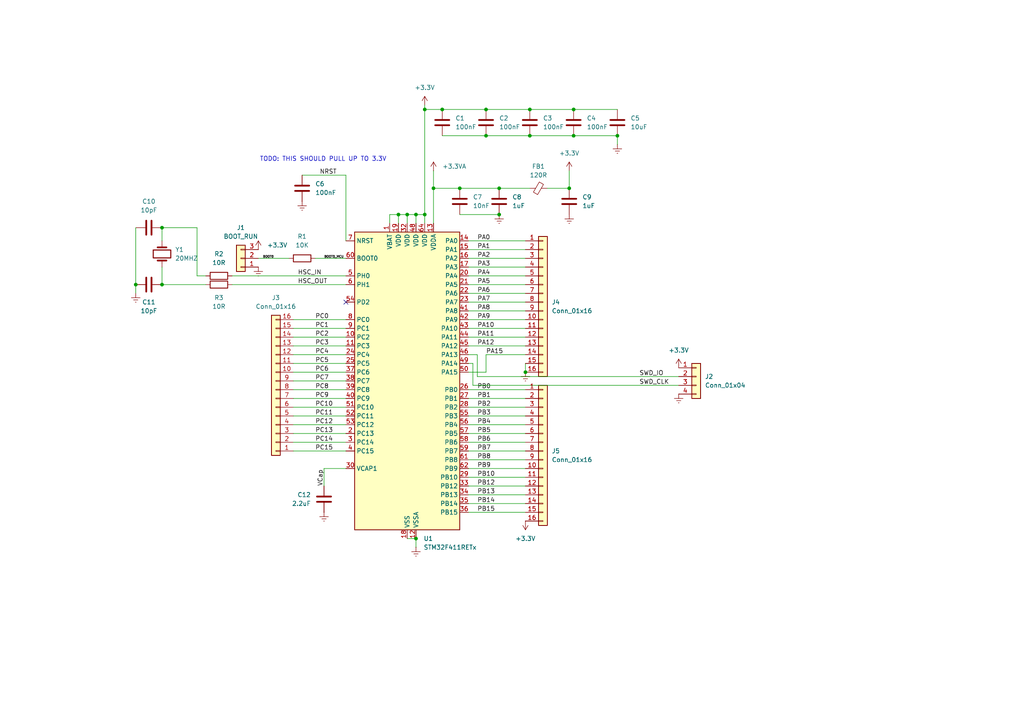
<source format=kicad_sch>
(kicad_sch (version 20231120) (generator "eeschema") (generator_version "8.0")
  (paper "A4")
  (lib_symbols
    (symbol "Connector_Generic:Conn_01x03" (pin_names (offset 1.016) hide)
      (property "Reference" "J" (at 0 5.08 0))
      (property "Value" "Conn_01x03" (at 0 -5.08 0))
      (symbol "Conn_01x03_1_1"
        (rectangle (start -1.27 -2.413) (end 0 -2.667) (stroke (width 0.1524)))
        (rectangle (start -1.27 0.127) (end 0 -0.127) (stroke (width 0.1524)))
        (rectangle (start -1.27 2.667) (end 0 2.413) (stroke (width 0.1524)))
        (rectangle (start -1.27 3.81) (end 1.27 -3.81) (stroke (width 0.254)) (fill (type background)))
        (pin passive line (at -5.08 2.54 0) (length 3.81) (name "Pin_1") (number "1"))
        (pin passive line (at -5.08 0 0) (length 3.81) (name "Pin_2") (number "2"))
        (pin passive line (at -5.08 -2.54 0) (length 3.81) (name "Pin_3") (number "3"))
      )
    )
    (symbol "Connector_Generic:Conn_01x04" (pin_names (offset 1.016) hide)
      (property "Reference" "J" (at 0 5.08 0))
      (property "Value" "Conn_01x04" (at 0 -7.62 0))
      (symbol "Conn_01x04_1_1"
        (rectangle (start -1.27 -4.953) (end 0 -5.207) (stroke (width 0.1524)))
        (rectangle (start -1.27 -2.413) (end 0 -2.667) (stroke (width 0.1524)))
        (rectangle (start -1.27 0.127) (end 0 -0.127) (stroke (width 0.1524)))
        (rectangle (start -1.27 2.667) (end 0 2.413) (stroke (width 0.1524)))
        (rectangle (start -1.27 3.81) (end 1.27 -6.35) (stroke (width 0.254)) (fill (type background)))
        (pin passive line (at -5.08 2.54 0) (length 3.81) (name "Pin_1") (number "1"))
        (pin passive line (at -5.08 0 0) (length 3.81) (name "Pin_2") (number "2"))
        (pin passive line (at -5.08 -2.54 0) (length 3.81) (name "Pin_3") (number "3"))
        (pin passive line (at -5.08 -5.08 0) (length 3.81) (name "Pin_4") (number "4"))
      )
    )
    (symbol "Connector_Generic:Conn_01x16" (pin_names (offset 1.016) hide)
      (property "Reference" "J" (at 0 20.32 0))
      (property "Value" "Conn_01x16" (at 0 -22.86 0))
      (symbol "Conn_01x16_1_1"
        (rectangle (start -1.27 -20.193) (end 0 -20.447) (stroke (width 0.1524)))
        (rectangle (start -1.27 -17.653) (end 0 -17.907) (stroke (width 0.1524)))
        (rectangle (start -1.27 -15.113) (end 0 -15.367) (stroke (width 0.1524)))
        (rectangle (start -1.27 -12.573) (end 0 -12.827) (stroke (width 0.1524)))
        (rectangle (start -1.27 -10.033) (end 0 -10.287) (stroke (width 0.1524)))
        (rectangle (start -1.27 -7.493) (end 0 -7.747) (stroke (width 0.1524)))
        (rectangle (start -1.27 -4.953) (end 0 -5.207) (stroke (width 0.1524)))
        (rectangle (start -1.27 -2.413) (end 0 -2.667) (stroke (width 0.1524)))
        (rectangle (start -1.27 0.127) (end 0 -0.127) (stroke (width 0.1524)))
        (rectangle (start -1.27 2.667) (end 0 2.413) (stroke (width 0.1524)))
        (rectangle (start -1.27 5.207) (end 0 4.953) (stroke (width 0.1524)))
        (rectangle (start -1.27 7.747) (end 0 7.493) (stroke (width 0.1524)))
        (rectangle (start -1.27 10.287) (end 0 10.033) (stroke (width 0.1524)))
        (rectangle (start -1.27 12.827) (end 0 12.573) (stroke (width 0.1524)))
        (rectangle (start -1.27 15.367) (end 0 15.113) (stroke (width 0.1524)))
        (rectangle (start -1.27 17.907) (end 0 17.653) (stroke (width 0.1524)))
        (rectangle (start -1.27 19.05) (end 1.27 -21.59) (stroke (width 0.254)) (fill (type background)))
        (pin passive line (at -5.08 17.78 0) (length 3.81) (name "Pin_1") (number "1"))
        (pin passive line (at -5.08 -5.08 0) (length 3.81) (name "Pin_10") (number "10"))
        (pin passive line (at -5.08 -7.62 0) (length 3.81) (name "Pin_11") (number "11"))
        (pin passive line (at -5.08 -10.16 0) (length 3.81) (name "Pin_12") (number "12"))
        (pin passive line (at -5.08 -12.7 0) (length 3.81) (name "Pin_13") (number "13"))
        (pin passive line (at -5.08 -15.24 0) (length 3.81) (name "Pin_14") (number "14"))
        (pin passive line (at -5.08 -17.78 0) (length 3.81) (name "Pin_15") (number "15"))
        (pin passive line (at -5.08 -20.32 0) (length 3.81) (name "Pin_16") (number "16"))
        (pin passive line (at -5.08 15.24 0) (length 3.81) (name "Pin_2") (number "2"))
        (pin passive line (at -5.08 12.7 0) (length 3.81) (name "Pin_3") (number "3"))
        (pin passive line (at -5.08 10.16 0) (length 3.81) (name "Pin_4") (number "4"))
        (pin passive line (at -5.08 7.62 0) (length 3.81) (name "Pin_5") (number "5"))
        (pin passive line (at -5.08 5.08 0) (length 3.81) (name "Pin_6") (number "6"))
        (pin passive line (at -5.08 2.54 0) (length 3.81) (name "Pin_7") (number "7"))
        (pin passive line (at -5.08 0 0) (length 3.81) (name "Pin_8") (number "8"))
        (pin passive line (at -5.08 -2.54 0) (length 3.81) (name "Pin_9") (number "9"))
      )
    )
    (symbol "Device:C" (pin_numbers hide) (pin_names (offset 0.254))
      (property "Reference" "C" (at 0.635 2.54 0))
      (property "Value" "C" (at 0.635 -2.54 0))
      (symbol "C_0_1"
        (polyline (pts (xy -2.032 -0.762) (xy 2.032 -0.762)) (stroke (width 0.508)))
        (polyline (pts (xy -2.032 0.762) (xy 2.032 0.762)) (stroke (width 0.508)))
      )
      (symbol "C_1_1"
        (pin passive line (at 0 3.81 270) (length 2.794) (name "~") (number "1"))
        (pin passive line (at 0 -3.81 90) (length 2.794) (name "~") (number "2"))
      )
    )
    (symbol "Device:Crystal" (pin_numbers hide) (pin_names (offset 1.016) hide)
      (property "Reference" "Y" (at 0 3.81 0))
      (property "Value" "Crystal" (at 0 -3.81 0))
      (symbol "Crystal_0_1"
        (rectangle (start -1.143 2.54) (end 1.143 -2.54) (stroke (width 0.3048)))
        (polyline (pts (xy -2.54 0) (xy -1.905 0)))
        (polyline (pts (xy -1.905 -1.27) (xy -1.905 1.27)) (stroke (width 0.508)))
        (polyline (pts (xy 1.905 -1.27) (xy 1.905 1.27)) (stroke (width 0.508)))
        (polyline (pts (xy 2.54 0) (xy 1.905 0)))
      )
      (symbol "Crystal_1_1"
        (pin passive line (at -3.81 0 0) (length 1.27) (name "1") (number "1"))
        (pin passive line (at 3.81 0 180) (length 1.27) (name "2") (number "2"))
      )
    )
    (symbol "Device:FerriteBead_Small" (pin_numbers hide) (pin_names (offset 0))
      (property "Reference" "FB" (at 1.905 1.27 0))
      (property "Value" "FerriteBead_Small" (at 1.905 -1.27 0))
      (symbol "FerriteBead_Small_0_1"
        (polyline (pts (xy 0 -1.27) (xy 0 -0.7874)))
        (polyline (pts (xy 0 0.889) (xy 0 1.2954)))
        (polyline (pts (xy -1.8288 0.2794) (xy -1.1176 1.4986) (xy 1.8288 -0.2032) (xy 1.1176 -1.4224) (xy -1.8288 0.2794)))
      )
      (symbol "FerriteBead_Small_1_1"
        (pin passive line (at 0 2.54 270) (length 1.27) (name "~") (number "1"))
        (pin passive line (at 0 -2.54 90) (length 1.27) (name "~") (number "2"))
      )
    )
    (symbol "Device:R" (pin_numbers hide) (pin_names (offset 0))
      (property "Reference" "R" (at 2.032 0 90))
      (property "Value" "R" (at 0 0 90))
      (symbol "R_0_1"
        (rectangle (start -1.016 -2.54) (end 1.016 2.54) (stroke (width 0.254)))
      )
      (symbol "R_1_1"
        (pin passive line (at 0 3.81 270) (length 1.27) (name "~") (number "1"))
        (pin passive line (at 0 -3.81 90) (length 1.27) (name "~") (number "2"))
      )
    )
    (symbol "MCU_ST_STM32F4:STM32F411RETx"
      (property "Reference" "U" (at -15.24 44.45 0))
      (property "Value" "STM32F411RETx" (at 10.16 44.45 0))
      (symbol "STM32F411RETx_0_1"
        (rectangle (start -15.24 -43.18) (end 15.24 43.18) (stroke (width 0.254)) (fill (type background)))
      )
      (symbol "STM32F411RETx_1_1"
        (pin power_in line (at -5.08 45.72 270) (length 2.54) (name "VBAT") (number "1"))
        (pin bidirectional line (at -17.78 12.7 0) (length 2.54) (name "PC2") (number "10"))
        (pin bidirectional line (at -17.78 10.16 0) (length 2.54) (name "PC3") (number "11"))
        (pin power_in line (at 2.54 -45.72 90) (length 2.54) (name "VSSA") (number "12"))
        (pin power_in line (at 7.62 45.72 270) (length 2.54) (name "VDDA") (number "13"))
        (pin bidirectional line (at 17.78 40.64 180) (length 2.54) (name "PA0") (number "14"))
        (pin bidirectional line (at 17.78 38.1 180) (length 2.54) (name "PA1") (number "15"))
        (pin bidirectional line (at 17.78 35.56 180) (length 2.54) (name "PA2") (number "16"))
        (pin bidirectional line (at 17.78 33.02 180) (length 2.54) (name "PA3") (number "17"))
        (pin power_in line (at 0 -45.72 90) (length 2.54) (name "VSS") (number "18"))
        (pin power_in line (at -2.54 45.72 270) (length 2.54) (name "VDD") (number "19"))
        (pin bidirectional line (at -17.78 -15.24 0) (length 2.54) (name "PC13") (number "2"))
        (pin bidirectional line (at 17.78 30.48 180) (length 2.54) (name "PA4") (number "20"))
        (pin bidirectional line (at 17.78 27.94 180) (length 2.54) (name "PA5") (number "21"))
        (pin bidirectional line (at 17.78 25.4 180) (length 2.54) (name "PA6") (number "22"))
        (pin bidirectional line (at 17.78 22.86 180) (length 2.54) (name "PA7") (number "23"))
        (pin bidirectional line (at -17.78 7.62 0) (length 2.54) (name "PC4") (number "24"))
        (pin bidirectional line (at -17.78 5.08 0) (length 2.54) (name "PC5") (number "25"))
        (pin bidirectional line (at 17.78 -2.54 180) (length 2.54) (name "PB0") (number "26"))
        (pin bidirectional line (at 17.78 -5.08 180) (length 2.54) (name "PB1") (number "27"))
        (pin bidirectional line (at 17.78 -7.62 180) (length 2.54) (name "PB2") (number "28"))
        (pin bidirectional line (at 17.78 -27.94 180) (length 2.54) (name "PB10") (number "29"))
        (pin bidirectional line (at -17.78 -17.78 0) (length 2.54) (name "PC14") (number "3"))
        (pin power_out line (at -17.78 -25.4 0) (length 2.54) (name "VCAP1") (number "30"))
        (pin passive line (at 0 -45.72 90) (length 2.54) hide (name "VSS") (number "31"))
        (pin power_in line (at 0 45.72 270) (length 2.54) (name "VDD") (number "32"))
        (pin bidirectional line (at 17.78 -30.48 180) (length 2.54) (name "PB12") (number "33"))
        (pin bidirectional line (at 17.78 -33.02 180) (length 2.54) (name "PB13") (number "34"))
        (pin bidirectional line (at 17.78 -35.56 180) (length 2.54) (name "PB14") (number "35"))
        (pin bidirectional line (at 17.78 -38.1 180) (length 2.54) (name "PB15") (number "36"))
        (pin bidirectional line (at -17.78 2.54 0) (length 2.54) (name "PC6") (number "37"))
        (pin bidirectional line (at -17.78 0 0) (length 2.54) (name "PC7") (number "38"))
        (pin bidirectional line (at -17.78 -2.54 0) (length 2.54) (name "PC8") (number "39"))
        (pin bidirectional line (at -17.78 -20.32 0) (length 2.54) (name "PC15") (number "4"))
        (pin bidirectional line (at -17.78 -5.08 0) (length 2.54) (name "PC9") (number "40"))
        (pin bidirectional line (at 17.78 20.32 180) (length 2.54) (name "PA8") (number "41"))
        (pin bidirectional line (at 17.78 17.78 180) (length 2.54) (name "PA9") (number "42"))
        (pin bidirectional line (at 17.78 15.24 180) (length 2.54) (name "PA10") (number "43"))
        (pin bidirectional line (at 17.78 12.7 180) (length 2.54) (name "PA11") (number "44"))
        (pin bidirectional line (at 17.78 10.16 180) (length 2.54) (name "PA12") (number "45"))
        (pin bidirectional line (at 17.78 7.62 180) (length 2.54) (name "PA13") (number "46"))
        (pin passive line (at 0 -45.72 90) (length 2.54) hide (name "VSS") (number "47"))
        (pin power_in line (at 2.54 45.72 270) (length 2.54) (name "VDD") (number "48"))
        (pin bidirectional line (at 17.78 5.08 180) (length 2.54) (name "PA14") (number "49"))
        (pin bidirectional line (at -17.78 30.48 0) (length 2.54) (name "PH0") (number "5"))
        (pin bidirectional line (at 17.78 2.54 180) (length 2.54) (name "PA15") (number "50"))
        (pin bidirectional line (at -17.78 -7.62 0) (length 2.54) (name "PC10") (number "51"))
        (pin bidirectional line (at -17.78 -10.16 0) (length 2.54) (name "PC11") (number "52"))
        (pin bidirectional line (at -17.78 -12.7 0) (length 2.54) (name "PC12") (number "53"))
        (pin bidirectional line (at -17.78 22.86 0) (length 2.54) (name "PD2") (number "54"))
        (pin bidirectional line (at 17.78 -10.16 180) (length 2.54) (name "PB3") (number "55"))
        (pin bidirectional line (at 17.78 -12.7 180) (length 2.54) (name "PB4") (number "56"))
        (pin bidirectional line (at 17.78 -15.24 180) (length 2.54) (name "PB5") (number "57"))
        (pin bidirectional line (at 17.78 -17.78 180) (length 2.54) (name "PB6") (number "58"))
        (pin bidirectional line (at 17.78 -20.32 180) (length 2.54) (name "PB7") (number "59"))
        (pin bidirectional line (at -17.78 27.94 0) (length 2.54) (name "PH1") (number "6"))
        (pin input line (at -17.78 35.56 0) (length 2.54) (name "BOOT0") (number "60"))
        (pin bidirectional line (at 17.78 -22.86 180) (length 2.54) (name "PB8") (number "61"))
        (pin bidirectional line (at 17.78 -25.4 180) (length 2.54) (name "PB9") (number "62"))
        (pin passive line (at 0 -45.72 90) (length 2.54) hide (name "VSS") (number "63"))
        (pin power_in line (at 5.08 45.72 270) (length 2.54) (name "VDD") (number "64"))
        (pin input line (at -17.78 40.64 0) (length 2.54) (name "NRST") (number "7"))
        (pin bidirectional line (at -17.78 17.78 0) (length 2.54) (name "PC0") (number "8"))
        (pin bidirectional line (at -17.78 15.24 0) (length 2.54) (name "PC1") (number "9"))
      )
    )
    (symbol "power:+3.3V" (power) (pin_numbers hide) (pin_names (offset 0) hide)
      (property "Value" "+3.3V" (at 0 3.556 0))
      (symbol "+3.3V_0_1"
        (polyline (pts (xy -0.762 1.27) (xy 0 2.54)))
        (polyline (pts (xy 0 0) (xy 0 2.54)))
        (polyline (pts (xy 0 2.54) (xy 0.762 1.27)))
      )
      (symbol "+3.3V_1_1"
        (pin power_in line (at 0 0 90) (length 0) (name "~") (number "1"))
      )
    )
    (symbol "power:GNDREF" (power) (pin_numbers hide) (pin_names (offset 0) hide)
      (property "Value" "GNDREF" (at 0 -3.81 0))
      (symbol "GNDREF_0_1"
        (polyline (pts (xy -0.635 -1.905) (xy 0.635 -1.905)))
        (polyline (pts (xy -0.127 -2.54) (xy 0.127 -2.54)))
        (polyline (pts (xy 0 -1.27) (xy 0 0)))
        (polyline (pts (xy 1.27 -1.27) (xy -1.27 -1.27)))
      )
      (symbol "GNDREF_1_1"
        (pin power_in line (at 0 0 270) (length 0) (name "~") (number "1"))
      )
    )
  )
  (junction (at 166.37 39.37))
  (junction (at 125.73 54.61))
  (junction (at 140.97 31.75))
  (junction (at 144.78 62.23))
  (junction (at 153.67 31.75))
  (junction (at 118.11 62.23))
  (junction (at 46.99 82.55))
  (junction (at 123.19 31.75))
  (junction (at 115.57 62.23))
  (junction (at 123.19 62.23))
  (junction (at 120.65 156.21))
  (junction (at 152.4 107.95))
  (junction (at 144.78 54.61))
  (junction (at 128.27 31.75))
  (junction (at 153.67 39.37))
  (junction (at 140.97 39.37))
  (junction (at 179.07 39.37))
  (junction (at 133.35 54.61))
  (junction (at 39.37 82.55))
  (junction (at 165.1 54.61))
  (junction (at 166.37 31.75))
  (junction (at 120.65 62.23))
  (junction (at 46.99 66.04))
  (no_connect (at 100.33 87.63))
  (wire (pts (xy 152.4 143.51) (xy 135.89 143.51)))
  (wire (pts (xy 115.57 62.23) (xy 113.03 62.23)))
  (wire (pts (xy 57.15 66.04) (xy 57.15 80.01)))
  (wire (pts (xy 137.16 111.76) (xy 137.16 105.41)))
  (wire (pts (xy 140.97 39.37) (xy 153.67 39.37)))
  (wire (pts (xy 85.09 92.71) (xy 100.33 92.71)))
  (wire (pts (xy 152.4 74.93) (xy 135.89 74.93)))
  (wire (pts (xy 165.1 49.53) (xy 165.1 54.61)))
  (wire (pts (xy 140.97 31.75) (xy 153.67 31.75)))
  (wire (pts (xy 152.4 146.05) (xy 135.89 146.05)))
  (wire (pts (xy 152.4 90.17) (xy 135.89 90.17)))
  (wire (pts (xy 39.37 82.55) (xy 39.37 85.09)))
  (wire (pts (xy 140.97 102.87) (xy 152.4 102.87)))
  (wire (pts (xy 85.09 95.25) (xy 100.33 95.25)))
  (wire (pts (xy 152.4 92.71) (xy 135.89 92.71)))
  (wire (pts (xy 93.98 135.89) (xy 93.98 140.97)))
  (wire (pts (xy 128.27 31.75) (xy 140.97 31.75)))
  (wire (pts (xy 152.4 69.85) (xy 135.89 69.85)))
  (wire (pts (xy 46.99 77.47) (xy 46.99 82.55)))
  (wire (pts (xy 166.37 31.75) (xy 179.07 31.75)))
  (wire (pts (xy 138.43 109.22) (xy 196.85 109.22)))
  (wire (pts (xy 57.15 80.01) (xy 59.69 80.01)))
  (wire (pts (xy 158.75 54.61) (xy 165.1 54.61)))
  (wire (pts (xy 133.35 54.61) (xy 144.78 54.61)))
  (wire (pts (xy 152.4 118.11) (xy 135.89 118.11)))
  (wire (pts (xy 113.03 62.23) (xy 113.03 64.77)))
  (wire (pts (xy 123.19 31.75) (xy 128.27 31.75)))
  (wire (pts (xy 125.73 54.61) (xy 125.73 49.53)))
  (wire (pts (xy 135.89 107.95) (xy 140.97 107.95)))
  (wire (pts (xy 93.98 135.89) (xy 100.33 135.89)))
  (wire (pts (xy 152.4 85.09) (xy 135.89 85.09)))
  (wire (pts (xy 85.09 105.41) (xy 100.33 105.41)))
  (wire (pts (xy 153.67 31.75) (xy 166.37 31.75)))
  (wire (pts (xy 85.09 115.57) (xy 100.33 115.57)))
  (wire (pts (xy 85.09 107.95) (xy 100.33 107.95)))
  (wire (pts (xy 152.4 135.89) (xy 135.89 135.89)))
  (wire (pts (xy 166.37 39.37) (xy 179.07 39.37)))
  (wire (pts (xy 91.44 74.93) (xy 100.33 74.93)))
  (wire (pts (xy 144.78 54.61) (xy 153.67 54.61)))
  (wire (pts (xy 152.4 82.55) (xy 135.89 82.55)))
  (wire (pts (xy 85.09 113.03) (xy 100.33 113.03)))
  (wire (pts (xy 125.73 54.61) (xy 133.35 54.61)))
  (wire (pts (xy 125.73 64.77) (xy 125.73 54.61)))
  (wire (pts (xy 67.31 80.01) (xy 100.33 80.01)))
  (wire (pts (xy 152.4 130.81) (xy 135.89 130.81)))
  (wire (pts (xy 115.57 64.77) (xy 115.57 62.23)))
  (wire (pts (xy 100.33 69.85) (xy 100.33 50.8)))
  (wire (pts (xy 85.09 100.33) (xy 100.33 100.33)))
  (wire (pts (xy 138.43 109.22) (xy 138.43 102.87)))
  (wire (pts (xy 152.4 125.73) (xy 135.89 125.73)))
  (wire (pts (xy 85.09 123.19) (xy 100.33 123.19)))
  (wire (pts (xy 152.4 97.79) (xy 135.89 97.79)))
  (wire (pts (xy 85.09 128.27) (xy 100.33 128.27)))
  (wire (pts (xy 152.4 105.41) (xy 152.4 107.95)))
  (wire (pts (xy 123.19 31.75) (xy 123.19 62.23)))
  (wire (pts (xy 153.67 39.37) (xy 166.37 39.37)))
  (wire (pts (xy 179.07 41.91) (xy 179.07 39.37)))
  (wire (pts (xy 120.65 62.23) (xy 123.19 62.23)))
  (wire (pts (xy 152.4 80.01) (xy 135.89 80.01)))
  (wire (pts (xy 133.35 62.23) (xy 144.78 62.23)))
  (wire (pts (xy 118.11 62.23) (xy 118.11 64.77)))
  (wire (pts (xy 123.19 30.48) (xy 123.19 31.75)))
  (wire (pts (xy 152.4 138.43) (xy 135.89 138.43)))
  (wire (pts (xy 85.09 120.65) (xy 100.33 120.65)))
  (wire (pts (xy 152.4 100.33) (xy 135.89 100.33)))
  (wire (pts (xy 128.27 39.37) (xy 140.97 39.37)))
  (wire (pts (xy 85.09 102.87) (xy 100.33 102.87)))
  (wire (pts (xy 135.89 105.41) (xy 137.16 105.41)))
  (wire (pts (xy 152.4 123.19) (xy 135.89 123.19)))
  (wire (pts (xy 152.4 128.27) (xy 135.89 128.27)))
  (wire (pts (xy 152.4 95.25) (xy 135.89 95.25)))
  (wire (pts (xy 152.4 140.97) (xy 135.89 140.97)))
  (wire (pts (xy 100.33 50.8) (xy 87.63 50.8)))
  (wire (pts (xy 46.99 66.04) (xy 57.15 66.04)))
  (wire (pts (xy 74.93 74.93) (xy 83.82 74.93)))
  (wire (pts (xy 152.4 133.35) (xy 135.89 133.35)))
  (wire (pts (xy 152.4 87.63) (xy 135.89 87.63)))
  (wire (pts (xy 123.19 62.23) (xy 123.19 64.77)))
  (wire (pts (xy 120.65 62.23) (xy 120.65 64.77)))
  (wire (pts (xy 137.16 111.76) (xy 196.85 111.76)))
  (wire (pts (xy 118.11 62.23) (xy 120.65 62.23)))
  (wire (pts (xy 118.11 156.21) (xy 120.65 156.21)))
  (wire (pts (xy 39.37 66.04) (xy 39.37 82.55)))
  (wire (pts (xy 85.09 110.49) (xy 100.33 110.49)))
  (wire (pts (xy 85.09 125.73) (xy 100.33 125.73)))
  (wire (pts (xy 152.4 77.47) (xy 135.89 77.47)))
  (wire (pts (xy 46.99 82.55) (xy 59.69 82.55)))
  (wire (pts (xy 46.99 69.85) (xy 46.99 66.04)))
  (wire (pts (xy 85.09 97.79) (xy 100.33 97.79)))
  (wire (pts (xy 85.09 118.11) (xy 100.33 118.11)))
  (wire (pts (xy 152.4 148.59) (xy 135.89 148.59)))
  (wire (pts (xy 152.4 115.57) (xy 135.89 115.57)))
  (wire (pts (xy 115.57 62.23) (xy 118.11 62.23)))
  (wire (pts (xy 120.65 158.75) (xy 120.65 156.21)))
  (wire (pts (xy 140.97 107.95) (xy 140.97 102.87)))
  (wire (pts (xy 67.31 82.55) (xy 100.33 82.55)))
  (wire (pts (xy 152.4 113.03) (xy 135.89 113.03)))
  (wire (pts (xy 135.89 102.87) (xy 138.43 102.87)))
  (wire (pts (xy 152.4 72.39) (xy 135.89 72.39)))
  (wire (pts (xy 152.4 120.65) (xy 135.89 120.65)))
  (wire (pts (xy 85.09 130.81) (xy 100.33 130.81)))
  (text "TODO: THIS SHOULD PULL UP TO 3.3V" (at 93.726 46.228 0) (effects (font (size 1.27 1.27))))
  (label "PA1" (at 138.43 72.39 0))
  (label "PA7" (at 138.43 87.63 0))
  (label "PA9" (at 138.43 92.71 0))
  (label "PB2" (at 138.43 118.11 0))
  (label "PC7" (at 91.44 110.49 0))
  (label "PC12" (at 91.44 123.19 0))
  (label "PA4" (at 138.43 80.01 0))
  (label "PA0" (at 138.43 69.85 0))
  (label "PA10" (at 138.43 95.25 0))
  (label "BOOT0" (at 76.2 74.93 0) (effects (font (size 0.635 0.635))))
  (label "PC11" (at 91.44 120.65 0))
  (label "HSC_OUT" (at 86.36 82.55 0))
  (label "PB10" (at 138.43 138.43 0))
  (label "PB14" (at 138.43 146.05 0))
  (label "PA8" (at 138.43 90.17 0))
  (label "PC15" (at 91.44 130.81 0))
  (label "PB6" (at 138.43 128.27 0))
  (label "SWD_CLK" (at 185.42 111.76 0))
  (label "PA15" (at 140.97 102.87 0))
  (label "PB9" (at 138.43 135.89 0))
  (label "PC5" (at 91.44 105.41 0))
  (label "PB3" (at 138.43 120.65 0))
  (label "PA2" (at 138.43 74.93 0))
  (label "PC4" (at 91.44 102.87 0))
  (label "PB1" (at 138.43 115.57 0))
  (label "PC1" (at 91.44 95.25 0))
  (label "PB7" (at 138.43 130.81 0))
  (label "PB0" (at 138.43 113.03 0))
  (label "PC0" (at 91.44 92.71 0))
  (label "PB4" (at 138.43 123.19 0))
  (label "SWD_IO" (at 185.42 109.22 0))
  (label "PB12" (at 138.43 140.97 0))
  (label "PB13" (at 138.43 143.51 0))
  (label "PC3" (at 91.44 100.33 0))
  (label "BOOT0_MCU" (at 93.98 74.93 0) (effects (font (size 0.635 0.635))))
  (label "PA11" (at 138.43 97.79 0))
  (label "VCap" (at 93.98 140.97 90))
  (label "PC10" (at 91.44 118.11 0))
  (label "PB8" (at 138.43 133.35 0))
  (label "NRST" (at 92.71 50.8 0))
  (label "HSC_IN" (at 86.36 80.01 0))
  (label "PB15" (at 138.43 148.59 0))
  (label "PC14" (at 91.44 128.27 0))
  (label "PC8" (at 91.44 113.03 0))
  (label "PB5" (at 138.43 125.73 0))
  (label "PC9" (at 91.44 115.57 0))
  (label "PC13" (at 91.44 125.73 0))
  (label "PC2" (at 91.44 97.79 0))
  (label "PA5" (at 138.43 82.55 0))
  (label "PA12" (at 138.43 100.33 0))
  (label "PA3" (at 138.43 77.47 0))
  (label "PA6" (at 138.43 85.09 0))
  (label "PC6" (at 91.44 107.95 0))
  (symbol (lib_id "power:GNDREF") (at 39.37 85.09 0) (unit 1)
    (property "Reference" "#PWR010" (effects (hide yes)))
    (property "Value" "GNDREF" (effects (hide yes)))
    (property "Description" "Power symbol creates a global label with name \"GNDREF\" , reference supply ground" (effects (hide yes)))
  )
  (symbol (lib_id "power:+3.3V") (at 165.1 49.53 0) (unit 1)
    (property "Reference" "#PWR04" (effects (hide yes)))
    (property "Value" "+3.3V" (at 165.1 44.45 0))
    (property "Description" "Power symbol creates a global label with name \"+3.3V\"" (effects (hide yes)))
  )
  (symbol (lib_id "power:GNDREF") (at 74.93 77.47 0) (unit 1)
    (property "Reference" "#PWR09" (effects (hide yes)))
    (property "Value" "GNDREF" (effects (hide yes)))
    (property "Description" "Power symbol creates a global label with name \"GNDREF\" , reference supply ground" (effects (hide yes)))
  )
  (symbol (lib_id "power:+3.3V") (at 152.4 151.13 180) (unit 1)
    (property "Reference" "#PWR015" (effects (hide yes)))
    (property "Value" "+3.3V" (at 152.4 156.21 0))
    (property "Description" "Power symbol creates a global label with name \"+3.3V\"" (effects (hide yes)))
  )
  (symbol (lib_id "Device:R") (at 63.5 82.55 90) (unit 1)
    (property "Reference" "R3" (at 63.5 86.36 90))
    (property "Value" "10R" (at 63.5 88.9 90))
    (property "Footprint" "Resistor_SMD:R_0805_2012Metric_Pad1.20x1.40mm_HandSolder" (effects (hide yes)))
    (property "Description" "Resistor" (effects (hide yes)))
  )
  (symbol (lib_id "power:+3.3V") (at 125.73 49.53 0) (unit 1)
    (property "Reference" "#PWR03" (effects (hide yes)))
    (property "Value" "+3.3VA" (at 128.27 48.2599 0) (effects (justify left)))
    (property "Description" "Power symbol creates a global label with name \"+3.3V\"" (effects (hide yes)))
  )
  (symbol (lib_id "Device:C") (at 128.27 35.56 180) (unit 1)
    (property "Reference" "C1" (at 132.08 34.2899 0) (effects (justify right)))
    (property "Value" "100nF" (at 132.08 36.8299 0) (effects (justify right)))
    (property "Footprint" "Capacitor_SMD:C_0805_2012Metric_Pad1.18x1.45mm_HandSolder" (effects (hide yes)))
    (property "Description" "Unpolarized capacitor" (effects (hide yes)))
  )
  (symbol (lib_id "Connector_Generic:Conn_01x03") (at 69.85 74.93 180) (unit 1)
    (property "Reference" "J1" (at 69.85 66.04 0))
    (property "Value" "BOOT_RUN" (at 69.85 68.58 0))
    (property "Footprint" "Connector_PinHeader_2.54mm:PinHeader_1x03_P2.54mm_Vertical" (effects (hide yes)))
    (property "Description" "Generic connector, single row, 01x03, script generated (kicad-library-utils/schlib/autogen/connector/)" (effects (hide yes)))
  )
  (symbol (lib_id "Device:C") (at 43.18 66.04 270) (unit 1)
    (property "Reference" "C10" (at 43.18 58.42 90))
    (property "Value" "10pF" (at 43.18 60.96 90))
    (property "Footprint" "Capacitor_SMD:C_0805_2012Metric_Pad1.18x1.45mm_HandSolder" (effects (hide yes)))
    (property "Description" "Unpolarized capacitor" (effects (hide yes)))
  )
  (symbol (lib_id "power:GNDREF") (at 152.4 107.95 0) (unit 1)
    (property "Reference" "#PWR016" (effects (hide yes)))
    (property "Value" "GNDREF" (effects (hide yes)))
    (property "Description" "Power symbol creates a global label with name \"GNDREF\" , reference supply ground" (effects (hide yes)))
  )
  (symbol (lib_id "MCU_ST_STM32F4:STM32F411RETx") (at 118.11 110.49 0) (unit 1)
    (property "Reference" "U1" (at 122.8441 156.21 0) (effects (justify left)))
    (property "Value" "STM32F411RETx" (at 122.8441 158.75 0) (effects (justify left)))
    (property "Footprint" "Package_QFP:LQFP-64_10x10mm_P0.5mm" (effects (hide yes)))
    (property "Datasheet" "https://www.st.com/resource/en/datasheet/stm32f411re.pdf" (effects (hide yes)))
    (property "Description" "STMicroelectronics Arm Cortex-M4 MCU, 512KB flash, 128KB RAM, 100 MHz, 1.7-3.6V, 50 GPIO, LQFP64" (effects (hide yes)))
  )
  (symbol (lib_id "Device:C") (at 87.63 54.61 0) (unit 1)
    (property "Reference" "C6" (at 91.44 53.3399 0) (effects (justify left)))
    (property "Value" "100nF" (at 91.44 55.8799 0) (effects (justify left)))
    (property "Footprint" "Capacitor_SMD:C_0805_2012Metric_Pad1.18x1.45mm_HandSolder" (effects (hide yes)))
    (property "Description" "Unpolarized capacitor" (effects (hide yes)))
  )
  (symbol (lib_id "power:+3.3V") (at 74.93 72.39 0) (unit 1)
    (property "Reference" "#PWR08" (effects (hide yes)))
    (property "Value" "+3.3V" (at 77.47 71.1199 0) (effects (justify left)))
    (property "Description" "Power symbol creates a global label with name \"+3.3V\"" (effects (hide yes)))
  )
  (symbol (lib_id "power:GNDREF") (at 120.65 158.75 0) (unit 1)
    (property "Reference" "#PWR014" (effects (hide yes)))
    (property "Value" "GNDREF" (effects (hide yes)))
    (property "Description" "Power symbol creates a global label with name \"GNDREF\" , reference supply ground" (effects (hide yes)))
  )
  (symbol (lib_id "power:GNDREF") (at 87.63 58.42 0) (unit 1)
    (property "Reference" "#PWR05" (effects (hide yes)))
    (property "Value" "GNDREF" (effects (hide yes)))
    (property "Description" "Power symbol creates a global label with name \"GNDREF\" , reference supply ground" (effects (hide yes)))
  )
  (symbol (lib_id "Device:C") (at 153.67 35.56 180) (unit 1)
    (property "Reference" "C3" (at 157.48 34.2899 0) (effects (justify right)))
    (property "Value" "100nF" (at 157.48 36.8299 0) (effects (justify right)))
    (property "Footprint" "Capacitor_SMD:C_0805_2012Metric_Pad1.18x1.45mm_HandSolder" (effects (hide yes)))
    (property "Description" "Unpolarized capacitor" (effects (hide yes)))
  )
  (symbol (lib_id "Device:Crystal") (at 46.99 73.66 270) (unit 1)
    (property "Reference" "Y1" (at 50.8 72.3899 90) (effects (justify left)))
    (property "Value" "20MHZ" (at 50.8 74.9299 90) (effects (justify left)))
    (property "Footprint" "Crystal:Crystal_SMD_HC49-SD_HandSoldering" (effects (hide yes)))
    (property "Description" "Two pin crystal" (effects (hide yes)))
  )
  (symbol (lib_id "Device:C") (at 133.35 58.42 180) (unit 1)
    (property "Reference" "C7" (at 137.16 57.1499 0) (effects (justify right)))
    (property "Value" "10nF" (at 137.16 59.6899 0) (effects (justify right)))
    (property "Footprint" "Capacitor_SMD:C_0805_2012Metric_Pad1.18x1.45mm_HandSolder" (effects (hide yes)))
    (property "Description" "Unpolarized capacitor" (effects (hide yes)))
  )
  (symbol (lib_id "Connector_Generic:Conn_01x16") (at 157.48 87.63 0) (unit 1)
    (property "Reference" "J4" (at 160.02 87.6299 0) (effects (justify left)))
    (property "Value" "Conn_01x16" (at 160.02 90.1699 0) (effects (justify left)))
    (property "Footprint" "Connector_PinHeader_2.54mm:PinHeader_1x16_P2.54mm_Vertical" (effects (hide yes)))
    (property "Description" "Generic connector, single row, 01x16, script generated (kicad-library-utils/schlib/autogen/connector/)" (effects (hide yes)))
  )
  (symbol (lib_id "Device:C") (at 165.1 58.42 180) (unit 1)
    (property "Reference" "C9" (at 168.91 57.1499 0) (effects (justify right)))
    (property "Value" "1uF" (at 168.91 59.6899 0) (effects (justify right)))
    (property "Footprint" "Capacitor_SMD:C_0805_2012Metric_Pad1.18x1.45mm_HandSolder" (effects (hide yes)))
    (property "Description" "Unpolarized capacitor" (effects (hide yes)))
  )
  (symbol (lib_id "Device:C") (at 43.18 82.55 270) (unit 1)
    (property "Reference" "C11" (at 43.18 87.63 90))
    (property "Value" "10pF" (at 43.18 90.17 90))
    (property "Footprint" "Capacitor_SMD:C_0805_2012Metric_Pad1.18x1.45mm_HandSolder" (effects (hide yes)))
    (property "Description" "Unpolarized capacitor" (effects (hide yes)))
  )
  (symbol (lib_id "Connector_Generic:Conn_01x16") (at 80.01 113.03 180) (unit 1)
    (property "Reference" "J3" (at 80.01 86.36 0))
    (property "Value" "Conn_01x16" (at 80.01 88.9 0))
    (property "Footprint" "Connector_PinHeader_2.54mm:PinHeader_1x16_P2.54mm_Vertical" (effects (hide yes)))
    (property "Description" "Generic connector, single row, 01x16, script generated (kicad-library-utils/schlib/autogen/connector/)" (effects (hide yes)))
  )
  (symbol (lib_id "Device:C") (at 179.07 35.56 180) (unit 1)
    (property "Reference" "C5" (at 182.88 34.2899 0) (effects (justify right)))
    (property "Value" "10uF" (at 182.88 36.8299 0) (effects (justify right)))
    (property "Footprint" "Capacitor_SMD:C_0805_2012Metric_Pad1.18x1.45mm_HandSolder" (effects (hide yes)))
    (property "Description" "Unpolarized capacitor" (effects (hide yes)))
  )
  (symbol (lib_id "Device:C") (at 144.78 58.42 180) (unit 1)
    (property "Reference" "C8" (at 148.59 57.1499 0) (effects (justify right)))
    (property "Value" "1uF" (at 148.59 59.6899 0) (effects (justify right)))
    (property "Footprint" "Capacitor_SMD:C_0805_2012Metric_Pad1.18x1.45mm_HandSolder" (effects (hide yes)))
    (property "Description" "Unpolarized capacitor" (effects (hide yes)))
  )
  (symbol (lib_id "power:+3.3V") (at 123.19 30.48 0) (unit 1)
    (property "Reference" "#PWR01" (effects (hide yes)))
    (property "Value" "+3.3V" (at 123.19 25.4 0))
    (property "Description" "Power symbol creates a global label with name \"+3.3V\"" (effects (hide yes)))
  )
  (symbol (lib_id "Connector_Generic:Conn_01x04") (at 201.93 109.22 0) (unit 1)
    (property "Reference" "J2" (at 204.47 109.2199 0) (effects (justify left)))
    (property "Value" "Conn_01x04" (at 204.47 111.7599 0) (effects (justify left)))
    (property "Footprint" "Connector_PinHeader_2.54mm:PinHeader_1x04_P2.54mm_Vertical" (effects (hide yes)))
    (property "Description" "Generic connector, single row, 01x04, script generated (kicad-library-utils/schlib/autogen/connector/)" (effects (hide yes)))
  )
  (symbol (lib_id "Device:C") (at 140.97 35.56 180) (unit 1)
    (property "Reference" "C2" (at 144.78 34.2899 0) (effects (justify right)))
    (property "Value" "100nF" (at 144.78 36.8299 0) (effects (justify right)))
    (property "Footprint" "Capacitor_SMD:C_0805_2012Metric_Pad1.18x1.45mm_HandSolder" (effects (hide yes)))
    (property "Description" "Unpolarized capacitor" (effects (hide yes)))
  )
  (symbol (lib_id "Device:C") (at 166.37 35.56 180) (unit 1)
    (property "Reference" "C4" (at 170.18 34.2899 0) (effects (justify right)))
    (property "Value" "100nF" (at 170.18 36.8299 0) (effects (justify right)))
    (property "Footprint" "Capacitor_SMD:C_0805_2012Metric_Pad1.18x1.45mm_HandSolder" (effects (hide yes)))
    (property "Description" "Unpolarized capacitor" (effects (hide yes)))
  )
  (symbol (lib_id "Device:R") (at 87.63 74.93 90) (unit 1)
    (property "Reference" "R1" (at 87.63 68.58 90))
    (property "Value" "10K" (at 87.63 71.12 90))
    (property "Footprint" "Resistor_SMD:R_0805_2012Metric_Pad1.20x1.40mm_HandSolder" (effects (hide yes)))
    (property "Description" "Resistor" (effects (hide yes)))
  )
  (symbol (lib_id "power:GNDREF") (at 165.1 62.23 0) (unit 1)
    (property "Reference" "#PWR07" (effects (hide yes)))
    (property "Value" "GNDREF" (effects (hide yes)))
    (property "Description" "Power symbol creates a global label with name \"GNDREF\" , reference supply ground" (effects (hide yes)))
  )
  (symbol (lib_id "Device:R") (at 63.5 80.01 90) (unit 1)
    (property "Reference" "R2" (at 63.5 73.66 90))
    (property "Value" "10R" (at 63.5 76.2 90))
    (property "Footprint" "Resistor_SMD:R_0805_2012Metric_Pad1.20x1.40mm_HandSolder" (effects (hide yes)))
    (property "Description" "Resistor" (effects (hide yes)))
  )
  (symbol (lib_id "power:GNDREF") (at 196.85 114.3 0) (unit 1)
    (property "Reference" "#PWR012" (effects (hide yes)))
    (property "Value" "GNDREF" (effects (hide yes)))
    (property "Description" "Power symbol creates a global label with name \"GNDREF\" , reference supply ground" (effects (hide yes)))
  )
  (symbol (lib_id "Device:FerriteBead_Small") (at 156.21 54.61 90) (unit 1)
    (property "Reference" "FB1" (at 156.1719 48.26 90))
    (property "Value" "120R" (at 156.1719 50.8 90))
    (property "Footprint" "Inductor_SMD:L_0805_2012Metric_Pad1.05x1.20mm_HandSolder" (effects (hide yes)))
    (property "Description" "Ferrite bead, small symbol" (effects (hide yes)))
  )
  (symbol (lib_id "power:GNDREF") (at 144.78 62.23 0) (unit 1)
    (property "Reference" "#PWR06" (effects (hide yes)))
    (property "Value" "GNDREF" (effects (hide yes)))
    (property "Description" "Power symbol creates a global label with name \"GNDREF\" , reference supply ground" (effects (hide yes)))
  )
  (symbol (lib_id "power:+3.3V") (at 196.85 106.68 0) (unit 1)
    (property "Reference" "#PWR011" (effects (hide yes)))
    (property "Value" "+3.3V" (at 196.85 101.6 0))
    (property "Description" "Power symbol creates a global label with name \"+3.3V\"" (effects (hide yes)))
  )
  (symbol (lib_id "Connector_Generic:Conn_01x16") (at 157.48 130.81 0) (unit 1)
    (property "Reference" "J5" (at 160.02 130.8099 0) (effects (justify left)))
    (property "Value" "Conn_01x16" (at 160.02 133.3499 0) (effects (justify left)))
    (property "Footprint" "Connector_PinHeader_2.54mm:PinHeader_1x16_P2.54mm_Vertical" (effects (hide yes)))
    (property "Description" "Generic connector, single row, 01x16, script generated (kicad-library-utils/schlib/autogen/connector/)" (effects (hide yes)))
  )
  (symbol (lib_id "power:GNDREF") (at 93.98 148.59 0) (unit 1)
    (property "Reference" "#PWR013" (effects (hide yes)))
    (property "Value" "GNDREF" (effects (hide yes)))
    (property "Description" "Power symbol creates a global label with name \"GNDREF\" , reference supply ground" (effects (hide yes)))
  )
  (symbol (lib_id "power:GNDREF") (at 179.07 41.91 0) (unit 1)
    (property "Reference" "#PWR02" (effects (hide yes)))
    (property "Value" "GNDREF" (effects (hide yes)))
    (property "Description" "Power symbol creates a global label with name \"GNDREF\" , reference supply ground" (effects (hide yes)))
  )
  (symbol (lib_id "Device:C") (at 93.98 144.78 0) (unit 1)
    (property "Reference" "C12" (at 90.17 143.5099 0) (effects (justify right)))
    (property "Value" "2.2uF" (at 90.17 146.0499 0) (effects (justify right)))
    (property "Footprint" "Capacitor_SMD:C_0805_2012Metric_Pad1.18x1.45mm_HandSolder" (effects (hide yes)))
    (property "Description" "Unpolarized capacitor" (effects (hide yes)))
  )
)
</source>
